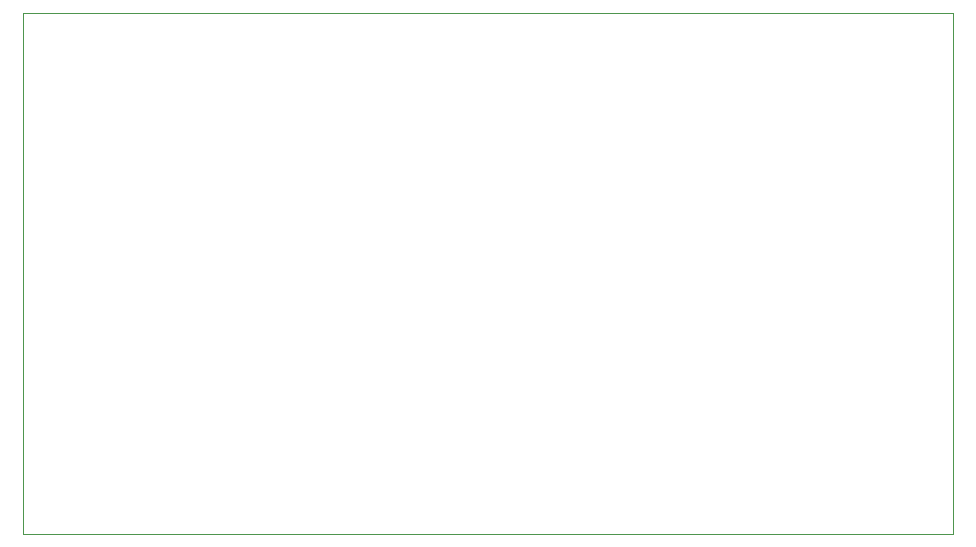
<source format=gko>
G75*
G70*
%OFA0B0*%
%FSLAX24Y24*%
%IPPOS*%
%LPD*%
%AMOC8*
5,1,8,0,0,1.08239X$1,22.5*
%
%ADD10C,0.0000*%
D10*
X000000Y000000D02*
X030992Y000000D01*
X030992Y017370D01*
X000000Y017370D01*
X000000Y000000D01*
M02*

</source>
